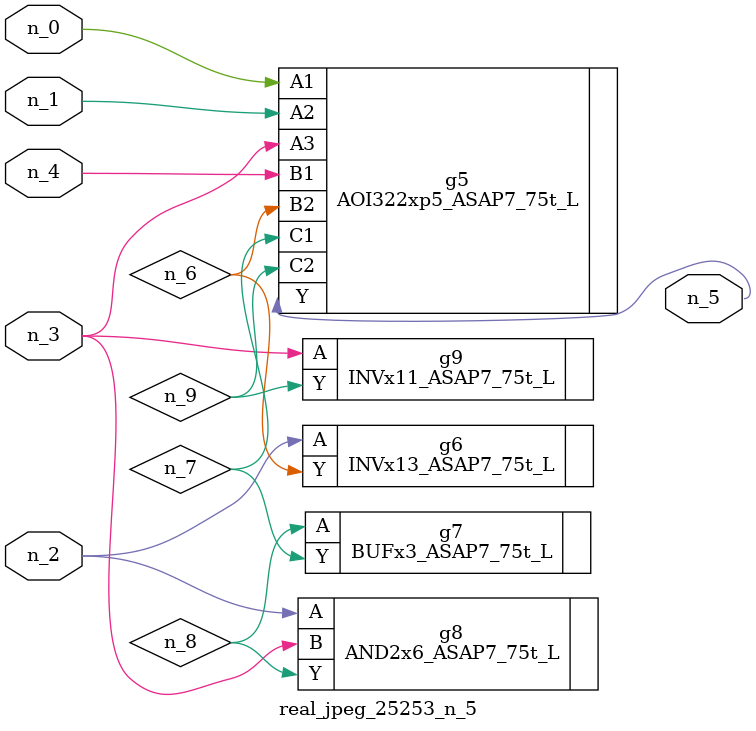
<source format=v>
module real_jpeg_25253_n_5 (n_4, n_0, n_1, n_2, n_3, n_5);

input n_4;
input n_0;
input n_1;
input n_2;
input n_3;

output n_5;

wire n_8;
wire n_6;
wire n_7;
wire n_9;

AOI322xp5_ASAP7_75t_L g5 ( 
.A1(n_0),
.A2(n_1),
.A3(n_3),
.B1(n_4),
.B2(n_6),
.C1(n_7),
.C2(n_9),
.Y(n_5)
);

INVx13_ASAP7_75t_L g6 ( 
.A(n_2),
.Y(n_6)
);

AND2x6_ASAP7_75t_L g8 ( 
.A(n_2),
.B(n_3),
.Y(n_8)
);

INVx11_ASAP7_75t_L g9 ( 
.A(n_3),
.Y(n_9)
);

BUFx3_ASAP7_75t_L g7 ( 
.A(n_8),
.Y(n_7)
);


endmodule
</source>
